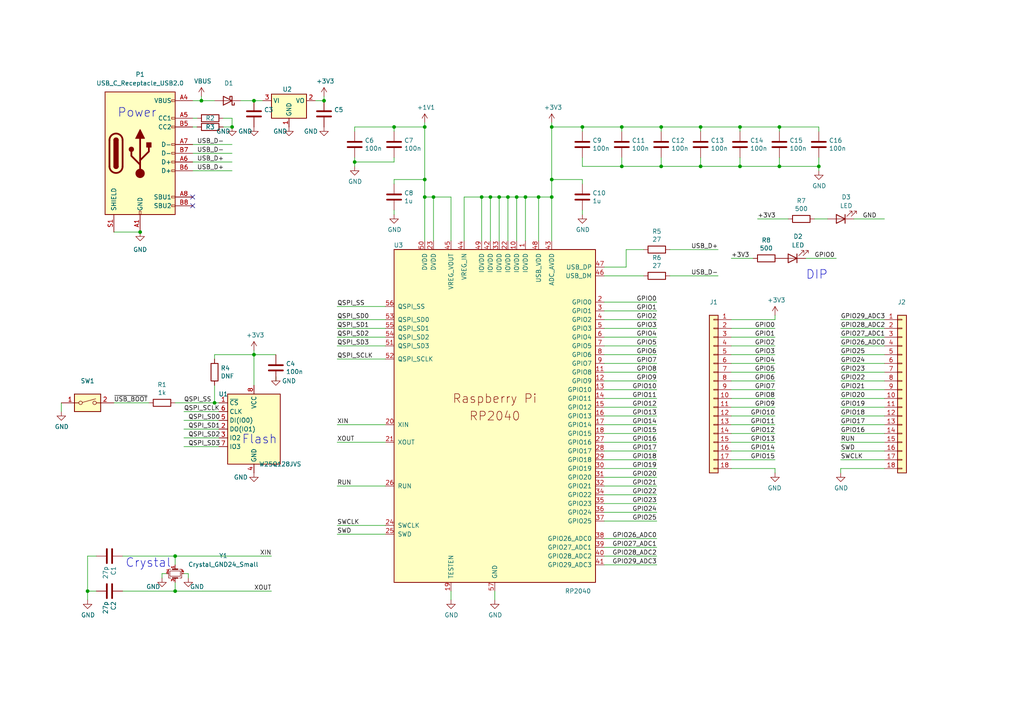
<source format=kicad_sch>
(kicad_sch (version 20250114) (generator "eeschema") (generator_version "9.0")
  (paper "A4")
  (lib_symbols
    (symbol "Connector:USB_C_Receptacle_USB2.0" (pin_names (offset 1.016))
      (property "Reference" "J" (at -10.16 19.05 0))
      (property "Value" "USB_C_Receptacle_USB2.0" (at 19.05 19.05 0))
      (symbol "USB_C_Receptacle_USB2.0_0_0"
        (rectangle (start -0.254 -17.78) (end 0.254 -16.764))
        (rectangle (start 10.16 15.494) (end 9.144 14.986))
        (rectangle (start 10.16 10.414) (end 9.144 9.906))
        (rectangle (start 10.16 7.874) (end 9.144 7.366))
        (rectangle (start 10.16 2.794) (end 9.144 2.286))
        (rectangle (start 10.16 0.254) (end 9.144 -0.254))
        (rectangle (start 10.16 -2.286) (end 9.144 -2.794))
        (rectangle (start 10.16 -4.826) (end 9.144 -5.334))
        (rectangle (start 10.16 -12.446) (end 9.144 -12.954))
        (rectangle (start 10.16 -14.986) (end 9.144 -15.494))
      )
      (symbol "USB_C_Receptacle_USB2.0_0_1"
        (rectangle (start -10.16 17.78) (end 10.16 -17.78) (stroke (width 0.254)) (fill (type background)))
        (polyline (pts (xy -8.89 -3.81) (xy -8.89 3.81)) (stroke (width 0.508)))
        (rectangle (start -7.62 -3.81) (end -6.35 3.81) (stroke (width 0.254)) (fill (type outline)))
        (arc (start -7.62 3.81) (mid -6.985 4.4423) (end -6.35 3.81) (stroke (width 0.254)))
        (arc (start -7.62 3.81) (mid -6.985 4.4423) (end -6.35 3.81) (stroke (width 0.254)) (fill (type outline)))
        (arc (start -8.89 3.81) (mid -6.985 5.7067) (end -5.08 3.81) (stroke (width 0.508)))
        (arc (start -5.08 -3.81) (mid -6.985 -5.7067) (end -8.89 -3.81) (stroke (width 0.508)))
        (arc (start -6.35 -3.81) (mid -6.985 -4.4423) (end -7.62 -3.81) (stroke (width 0.254)))
        (arc (start -6.35 -3.81) (mid -6.985 -4.4423) (end -7.62 -3.81) (stroke (width 0.254)) (fill (type outline)))
        (polyline (pts (xy -5.08 3.81) (xy -5.08 -3.81)) (stroke (width 0.508)))
        (circle (center -2.54 1.143) (radius 0.635) (stroke (width 0.254)) (fill (type outline)))
        (polyline (pts (xy -1.27 4.318) (xy 0 6.858) (xy 1.27 4.318) (xy -1.27 4.318)) (stroke (width 0.254)) (fill (type outline)))
        (polyline (pts (xy 0 -2.032) (xy 2.54 0.508) (xy 2.54 1.778)) (stroke (width 0.508)))
        (polyline (pts (xy 0 -3.302) (xy -2.54 -0.762) (xy -2.54 0.508)) (stroke (width 0.508)))
        (polyline (pts (xy 0 -5.842) (xy 0 4.318)) (stroke (width 0.508)))
        (circle (center 0 -5.842) (radius 1.27) (fill (type outline)))
        (rectangle (start 1.905 1.778) (end 3.175 3.048) (stroke (width 0.254)) (fill (type outline)))
      )
      (symbol "USB_C_Receptacle_USB2.0_1_1"
        (pin passive line (at -7.62 -22.86 90) (length 5.08) (name "SHIELD") (number "S1"))
        (pin passive line (at 0 -22.86 90) (length 5.08) (name "GND") (number "A1"))
        (pin passive line (at 0 -22.86 90) (length 5.08) (hide yes) (name "GND") (number "A12"))
        (pin passive line (at 0 -22.86 90) (length 5.08) (hide yes) (name "GND") (number "B1"))
        (pin passive line (at 0 -22.86 90) (length 5.08) (hide yes) (name "GND") (number "B12"))
        (pin passive line (at 15.24 15.24 180) (length 5.08) (name "VBUS") (number "A4"))
        (pin passive line (at 15.24 15.24 180) (length 5.08) (hide yes) (name "VBUS") (number "A9"))
        (pin passive line (at 15.24 15.24 180) (length 5.08) (hide yes) (name "VBUS") (number "B4"))
        (pin passive line (at 15.24 15.24 180) (length 5.08) (hide yes) (name "VBUS") (number "B9"))
        (pin bidirectional line (at 15.24 10.16 180) (length 5.08) (name "CC1") (number "A5"))
        (pin bidirectional line (at 15.24 7.62 180) (length 5.08) (name "CC2") (number "B5"))
        (pin bidirectional line (at 15.24 2.54 180) (length 5.08) (name "D-") (number "A7"))
        (pin bidirectional line (at 15.24 0 180) (length 5.08) (name "D-") (number "B7"))
        (pin bidirectional line (at 15.24 -2.54 180) (length 5.08) (name "D+") (number "A6"))
        (pin bidirectional line (at 15.24 -5.08 180) (length 5.08) (name "D+") (number "B6"))
        (pin bidirectional line (at 15.24 -12.7 180) (length 5.08) (name "SBU1") (number "A8"))
        (pin bidirectional line (at 15.24 -15.24 180) (length 5.08) (name "SBU2") (number "B8"))
      )
    )
    (symbol "Connector_Generic_MountingPin:Conn_01x18_MountingPin" (pin_names (offset 1.016) (hide yes))
      (property "Reference" "J" (at 0 22.86 0))
      (property "Value" "Conn_01x18_MountingPin" (at 1.27 -25.4 0))
      (symbol "Conn_01x18_MountingPin_1_1"
        (rectangle (start -1.27 21.59) (end 1.27 -24.13) (stroke (width 0.254)) (fill (type background)))
        (rectangle (start -1.27 20.447) (end 0 20.193) (stroke (width 0.1524)))
        (rectangle (start -1.27 17.907) (end 0 17.653) (stroke (width 0.1524)))
        (rectangle (start -1.27 15.367) (end 0 15.113) (stroke (width 0.1524)))
        (rectangle (start -1.27 12.827) (end 0 12.573) (stroke (width 0.1524)))
        (rectangle (start -1.27 10.287) (end 0 10.033) (stroke (width 0.1524)))
        (rectangle (start -1.27 7.747) (end 0 7.493) (stroke (width 0.1524)))
        (rectangle (start -1.27 5.207) (end 0 4.953) (stroke (width 0.1524)))
        (rectangle (start -1.27 2.667) (end 0 2.413) (stroke (width 0.1524)))
        (rectangle (start -1.27 0.127) (end 0 -0.127) (stroke (width 0.1524)))
        (rectangle (start -1.27 -2.413) (end 0 -2.667) (stroke (width 0.1524)))
        (rectangle (start -1.27 -4.953) (end 0 -5.207) (stroke (width 0.1524)))
        (rectangle (start -1.27 -7.493) (end 0 -7.747) (stroke (width 0.1524)))
        (rectangle (start -1.27 -10.033) (end 0 -10.287) (stroke (width 0.1524)))
        (rectangle (start -1.27 -12.573) (end 0 -12.827) (stroke (width 0.1524)))
        (rectangle (start -1.27 -15.113) (end 0 -15.367) (stroke (width 0.1524)))
        (rectangle (start -1.27 -17.653) (end 0 -17.907) (stroke (width 0.1524)))
        (rectangle (start -1.27 -20.193) (end 0 -20.447) (stroke (width 0.1524)))
        (rectangle (start -1.27 -22.733) (end 0 -22.987) (stroke (width 0.1524)))
        (pin passive line (at -5.08 20.32 0) (length 3.81) (name "Pin_1") (number "1"))
        (pin passive line (at -5.08 17.78 0) (length 3.81) (name "Pin_2") (number "2"))
        (pin passive line (at -5.08 15.24 0) (length 3.81) (name "Pin_3") (number "3"))
        (pin passive line (at -5.08 12.7 0) (length 3.81) (name "Pin_4") (number "4"))
        (pin passive line (at -5.08 10.16 0) (length 3.81) (name "Pin_5") (number "5"))
        (pin passive line (at -5.08 7.62 0) (length 3.81) (name "Pin_6") (number "6"))
        (pin passive line (at -5.08 5.08 0) (length 3.81) (name "Pin_7") (number "7"))
        (pin passive line (at -5.08 2.54 0) (length 3.81) (name "Pin_8") (number "8"))
        (pin passive line (at -5.08 0 0) (length 3.81) (name "Pin_9") (number "9"))
        (pin passive line (at -5.08 -2.54 0) (length 3.81) (name "Pin_10") (number "10"))
        (pin passive line (at -5.08 -5.08 0) (length 3.81) (name "Pin_11") (number "11"))
        (pin passive line (at -5.08 -7.62 0) (length 3.81) (name "Pin_12") (number "12"))
        (pin passive line (at -5.08 -10.16 0) (length 3.81) (name "Pin_13") (number "13"))
        (pin passive line (at -5.08 -12.7 0) (length 3.81) (name "Pin_14") (number "14"))
        (pin passive line (at -5.08 -15.24 0) (length 3.81) (name "Pin_15") (number "15"))
        (pin passive line (at -5.08 -17.78 0) (length 3.81) (name "Pin_16") (number "16"))
        (pin passive line (at -5.08 -20.32 0) (length 3.81) (name "Pin_17") (number "17"))
        (pin passive line (at -5.08 -22.86 0) (length 3.81) (name "Pin_18") (number "18"))
      )
    )
    (symbol "Device:C" (pin_numbers (hide yes)) (pin_names (offset 0.254))
      (property "Reference" "C" (at 0.635 2.54 0))
      (property "Value" "C" (at 0.635 -2.54 0))
      (symbol "C_0_1"
        (polyline (pts (xy -2.032 0.762) (xy 2.032 0.762)) (stroke (width 0.508)))
        (polyline (pts (xy -2.032 -0.762) (xy 2.032 -0.762)) (stroke (width 0.508)))
      )
      (symbol "C_1_1"
        (pin passive line (at 0 3.81 270) (length 2.794) (name "~") (number "1"))
        (pin passive line (at 0 -3.81 90) (length 2.794) (name "~") (number "2"))
      )
    )
    (symbol "Device:Crystal_GND24_Small" (pin_names (offset 1.016) (hide yes))
      (property "Reference" "Y" (at 1.27 4.445 0))
      (property "Value" "Crystal_GND24_Small" (at 1.27 2.54 0))
      (symbol "Crystal_GND24_Small_0_1"
        (polyline (pts (xy -1.27 1.27) (xy -1.27 1.905) (xy 1.27 1.905) (xy 1.27 1.27)))
        (polyline (pts (xy -1.27 -0.762) (xy -1.27 0.762)) (stroke (width 0.381)))
        (polyline (pts (xy -1.27 -1.27) (xy -1.27 -1.905) (xy 1.27 -1.905) (xy 1.27 -1.27)))
        (rectangle (start -0.762 -1.524) (end 0.762 1.524))
        (polyline (pts (xy 1.27 -0.762) (xy 1.27 0.762)) (stroke (width 0.381)))
      )
      (symbol "Crystal_GND24_Small_1_1"
        (pin passive line (at -2.54 0 0) (length 1.27) (name "1") (number "1"))
        (pin passive line (at 0 2.54 270) (length 0.635) (name "4") (number "4"))
        (pin passive line (at 0 -2.54 90) (length 0.635) (name "2") (number "2"))
        (pin passive line (at 2.54 0 180) (length 1.27) (name "3") (number "3"))
      )
    )
    (symbol "Device:D_Schottky" (pin_numbers (hide yes)) (pin_names (offset 1.016) (hide yes))
      (property "Reference" "D" (at 0 2.54 0))
      (property "Value" "D_Schottky" (at 0 -2.54 0))
      (symbol "D_Schottky_0_1"
        (polyline (pts (xy -1.905 0.635) (xy -1.905 1.27) (xy -1.27 1.27) (xy -1.27 -1.27) (xy -0.635 -1.27) (xy -0.635 -0.635)) (stroke (width 0.254)))
        (polyline (pts (xy 1.27 1.27) (xy 1.27 -1.27) (xy -1.27 0) (xy 1.27 1.27)) (stroke (width 0.254)))
        (polyline (pts (xy 1.27 0) (xy -1.27 0)))
      )
      (symbol "D_Schottky_1_1"
        (pin passive line (at -3.81 0 0) (length 2.54) (name "K") (number "1"))
        (pin passive line (at 3.81 0 180) (length 2.54) (name "A") (number "2"))
      )
    )
    (symbol "Device:LED" (pin_numbers (hide yes)) (pin_names (offset 1.016) (hide yes))
      (property "Reference" "D" (at 0 2.54 0))
      (property "Value" "LED" (at 0 -2.54 0))
      (symbol "LED_0_1"
        (polyline (pts (xy -3.048 -0.762) (xy -4.572 -2.286) (xy -3.81 -2.286) (xy -4.572 -2.286) (xy -4.572 -1.524)))
        (polyline (pts (xy -1.778 -0.762) (xy -3.302 -2.286) (xy -2.54 -2.286) (xy -3.302 -2.286) (xy -3.302 -1.524)))
        (polyline (pts (xy -1.27 0) (xy 1.27 0)))
        (polyline (pts (xy -1.27 -1.27) (xy -1.27 1.27)) (stroke (width 0.254)))
        (polyline (pts (xy 1.27 -1.27) (xy 1.27 1.27) (xy -1.27 0) (xy 1.27 -1.27)) (stroke (width 0.254)))
      )
      (symbol "LED_1_1"
        (pin passive line (at -3.81 0 0) (length 2.54) (name "K") (number "1"))
        (pin passive line (at 3.81 0 180) (length 2.54) (name "A") (number "2"))
      )
    )
    (symbol "Device:R" (pin_numbers (hide yes)) (pin_names (offset 0))
      (property "Reference" "R" (at 2.032 0 90))
      (property "Value" "R" (at 0 0 90))
      (symbol "R_0_1"
        (rectangle (start -1.016 -2.54) (end 1.016 2.54) (stroke (width 0.254)))
      )
      (symbol "R_1_1"
        (pin passive line (at 0 3.81 270) (length 1.27) (name "~") (number "1"))
        (pin passive line (at 0 -3.81 90) (length 1.27) (name "~") (number "2"))
      )
    )
    (symbol "MCU_RaspberryPi_RP2040:RP2040" (pin_names (offset 1.016))
      (property "Reference" "U" (at -29.21 49.53 0))
      (property "Value" "RP2040" (at 24.13 -49.53 0))
      (symbol "RP2040_0_0"
        (text "Raspberry Pi" (at 0 5.08 0) (effects (font (size 2.54 2.54))))
        (text "RP2040" (at 0 0 0) (effects (font (size 2.54 2.54))))
      )
      (symbol "RP2040_0_1"
        (rectangle (start 29.21 48.26) (end -29.21 -48.26) (stroke (width 0.254)) (fill (type background)))
      )
      (symbol "RP2040_1_1"
        (pin bidirectional line (at -31.75 31.75 0) (length 2.54) (name "QSPI_SS") (number "56"))
        (pin bidirectional line (at -31.75 27.94 0) (length 2.54) (name "QSPI_SD0") (number "53"))
        (pin bidirectional line (at -31.75 25.4 0) (length 2.54) (name "QSPI_SD1") (number "55"))
        (pin bidirectional line (at -31.75 22.86 0) (length 2.54) (name "QSPI_SD2") (number "54"))
        (pin bidirectional line (at -31.75 20.32 0) (length 2.54) (name "QSPI_SD3") (number "51"))
        (pin output line (at -31.75 16.51 0) (length 2.54) (name "QSPI_SCLK") (number "52"))
        (pin input line (at -31.75 -2.54 0) (length 2.54) (name "XIN") (number "20"))
        (pin passive line (at -31.75 -7.62 0) (length 2.54) (name "XOUT") (number "21"))
        (pin input line (at -31.75 -20.32 0) (length 2.54) (name "RUN") (number "26"))
        (pin output line (at -31.75 -31.75 0) (length 2.54) (name "SWCLK") (number "24"))
        (pin bidirectional line (at -31.75 -34.29 0) (length 2.54) (name "SWD") (number "25"))
        (pin power_in line (at -20.32 50.8 270) (length 2.54) (name "DVDD") (number "50"))
        (pin power_in line (at -17.78 50.8 270) (length 2.54) (name "DVDD") (number "23"))
        (pin power_out line (at -12.7 50.8 270) (length 2.54) (name "VREG_VOUT") (number "45"))
        (pin passive line (at -12.7 -50.8 90) (length 2.54) (name "TESTEN") (number "19"))
        (pin power_in line (at -8.89 50.8 270) (length 2.54) (name "VREG_IN") (number "44"))
        (pin power_in line (at -3.81 50.8 270) (length 2.54) (name "IOVDD") (number "49"))
        (pin power_in line (at -1.27 50.8 270) (length 2.54) (name "IOVDD") (number "42"))
        (pin power_in line (at 0 -50.8 90) (length 2.54) (name "GND") (number "57"))
        (pin power_in line (at 1.27 50.8 270) (length 2.54) (name "IOVDD") (number "33"))
        (pin power_in line (at 3.81 50.8 270) (length 2.54) (name "IOVDD") (number "22"))
        (pin power_in line (at 6.35 50.8 270) (length 2.54) (name "IOVDD") (number "10"))
        (pin power_in line (at 8.89 50.8 270) (length 2.54) (name "IOVDD") (number "1"))
        (pin power_in line (at 12.7 50.8 270) (length 2.54) (name "USB_VDD") (number "48"))
        (pin power_in line (at 16.51 50.8 270) (length 2.54) (name "ADC_AVDD") (number "43"))
        (pin bidirectional line (at 31.75 43.18 180) (length 2.54) (name "USB_DP") (number "47"))
        (pin bidirectional line (at 31.75 40.64 180) (length 2.54) (name "USB_DM") (number "46"))
        (pin bidirectional line (at 31.75 33.02 180) (length 2.54) (name "GPIO0") (number "2"))
        (pin bidirectional line (at 31.75 30.48 180) (length 2.54) (name "GPIO1") (number "3"))
        (pin bidirectional line (at 31.75 27.94 180) (length 2.54) (name "GPIO2") (number "4"))
        (pin bidirectional line (at 31.75 25.4 180) (length 2.54) (name "GPIO3") (number "5"))
        (pin bidirectional line (at 31.75 22.86 180) (length 2.54) (name "GPIO4") (number "6"))
        (pin bidirectional line (at 31.75 20.32 180) (length 2.54) (name "GPIO5") (number "7"))
        (pin bidirectional line (at 31.75 17.78 180) (length 2.54) (name "GPIO6") (number "8"))
        (pin bidirectional line (at 31.75 15.24 180) (length 2.54) (name "GPIO7") (number "9"))
        (pin bidirectional line (at 31.75 12.7 180) (length 2.54) (name "GPIO8") (number "11"))
        (pin bidirectional line (at 31.75 10.16 180) (length 2.54) (name "GPIO9") (number "12"))
        (pin bidirectional line (at 31.75 7.62 180) (length 2.54) (name "GPIO10") (number "13"))
        (pin bidirectional line (at 31.75 5.08 180) (length 2.54) (name "GPIO11") (number "14"))
        (pin bidirectional line (at 31.75 2.54 180) (length 2.54) (name "GPIO12") (number "15"))
        (pin bidirectional line (at 31.75 0 180) (length 2.54) (name "GPIO13") (number "16"))
        (pin bidirectional line (at 31.75 -2.54 180) (length 2.54) (name "GPIO14") (number "17"))
        (pin bidirectional line (at 31.75 -5.08 180) (length 2.54) (name "GPIO15") (number "18"))
        (pin bidirectional line (at 31.75 -7.62 180) (length 2.54) (name "GPIO16") (number "27"))
        (pin bidirectional line (at 31.75 -10.16 180) (length 2.54) (name "GPIO17") (number "28"))
        (pin bidirectional line (at 31.75 -12.7 180) (length 2.54) (name "GPIO18") (number "29"))
        (pin bidirectional line (at 31.75 -15.24 180) (length 2.54) (name "GPIO19") (number "30"))
        (pin bidirectional line (at 31.75 -17.78 180) (length 2.54) (name "GPIO20") (number "31"))
        (pin bidirectional line (at 31.75 -20.32 180) (length 2.54) (name "GPIO21") (number "32"))
        (pin bidirectional line (at 31.75 -22.86 180) (length 2.54) (name "GPIO22") (number "34"))
        (pin bidirectional line (at 31.75 -25.4 180) (length 2.54) (name "GPIO23") (number "35"))
        (pin bidirectional line (at 31.75 -27.94 180) (length 2.54) (name "GPIO24") (number "36"))
        (pin bidirectional line (at 31.75 -30.48 180) (length 2.54) (name "GPIO25") (number "37"))
        (pin bidirectional line (at 31.75 -35.56 180) (length 2.54) (name "GPIO26_ADC0") (number "38"))
        (pin bidirectional line (at 31.75 -38.1 180) (length 2.54) (name "GPIO27_ADC1") (number "39"))
        (pin bidirectional line (at 31.75 -40.64 180) (length 2.54) (name "GPIO28_ADC2") (number "40"))
        (pin bidirectional line (at 31.75 -43.18 180) (length 2.54) (name "GPIO29_ADC3") (number "41"))
      )
    )
    (symbol "Memory_Flash:W25Q128JVS"
      (property "Reference" "U" (at -8.89 8.89 0))
      (property "Value" "W25Q128JVS" (at 7.62 8.89 0))
      (symbol "W25Q128JVS_0_1"
        (rectangle (start -7.62 10.16) (end 7.62 -10.16) (stroke (width 0.254)) (fill (type background)))
      )
      (symbol "W25Q128JVS_1_1"
        (pin input line (at -10.16 7.62 0) (length 2.54) (name "~{CS}") (number "1"))
        (pin input line (at -10.16 5.08 0) (length 2.54) (name "CLK") (number "6"))
        (pin bidirectional line (at -10.16 2.54 0) (length 2.54) (name "DI(IO0)") (number "5"))
        (pin bidirectional line (at -10.16 0 0) (length 2.54) (name "DO(IO1)") (number "2"))
        (pin bidirectional line (at -10.16 -2.54 0) (length 2.54) (name "IO2") (number "3"))
        (pin bidirectional line (at -10.16 -5.08 0) (length 2.54) (name "IO3") (number "7"))
        (pin power_in line (at 0 12.7 270) (length 2.54) (name "VCC") (number "8"))
        (pin power_in line (at 0 -12.7 90) (length 2.54) (name "GND") (number "4"))
      )
    )
    (symbol "Regulator_Linear:NCP1117-3.3_SOT223"
      (property "Reference" "U" (at -3.81 3.175 0))
      (property "Value" "NCP1117-3.3_SOT223" (at 0 3.175 0))
      (symbol "NCP1117-3.3_SOT223_0_1"
        (rectangle (start -5.08 -5.08) (end 5.08 1.905) (stroke (width 0.254)) (fill (type background)))
      )
      (symbol "NCP1117-3.3_SOT223_1_1"
        (pin power_in line (at -7.62 0 0) (length 2.54) (name "VI") (number "3"))
        (pin power_in line (at 0 -7.62 90) (length 2.54) (name "GND") (number "1"))
        (pin power_out line (at 7.62 0 180) (length 2.54) (name "VO") (number "2"))
      )
    )
    (symbol "Switch:SW_DIP_x01" (pin_names (offset 0) (hide yes))
      (property "Reference" "SW" (at 0 3.81 0))
      (property "Value" "SW_DIP_x01" (at 0 -3.81 0))
      (symbol "SW_DIP_x01_0_0"
        (circle (center -2.032 0) (radius 0.508))
        (polyline (pts (xy -1.524 0.127) (xy 2.3622 1.1684)))
        (circle (center 2.032 0) (radius 0.508))
      )
      (symbol "SW_DIP_x01_0_1"
        (rectangle (start -3.81 2.54) (end 3.81 -2.54) (stroke (width 0.254)) (fill (type background)))
      )
      (symbol "SW_DIP_x01_1_1"
        (pin passive line (at -7.62 0 0) (length 5.08) (name "~") (number "1"))
        (pin passive line (at 7.62 0 180) (length 5.08) (name "~") (number "2"))
      )
    )
    (symbol "power:+1V1" (power) (pin_names (offset 0))
      (property "Value" "+1V1" (at 0 3.556 0))
      (symbol "+1V1_0_1"
        (polyline (pts (xy -0.762 1.27) (xy 0 2.54)))
        (polyline (pts (xy 0 2.54) (xy 0.762 1.27)))
        (polyline (pts (xy 0 0) (xy 0 2.54)))
      )
      (symbol "+1V1_1_1"
        (pin power_in line (at 0 0 90) (length 0) (hide yes) (name "+1V1") (number "1"))
      )
    )
    (symbol "power:+3V3" (power) (pin_names (offset 0))
      (property "Value" "+3V3" (at 0 3.556 0))
      (symbol "+3V3_0_1"
        (polyline (pts (xy -0.762 1.27) (xy 0 2.54)))
        (polyline (pts (xy 0 2.54) (xy 0.762 1.27)))
        (polyline (pts (xy 0 0) (xy 0 2.54)))
      )
      (symbol "+3V3_1_1"
        (pin power_in line (at 0 0 90) (length 0) (hide yes) (name "+3V3") (number "1"))
      )
    )
    (symbol "power:GND" (power) (pin_names (offset 0))
      (property "Value" "GND" (at 0 -3.81 0))
      (symbol "GND_0_1"
        (polyline (pts (xy 0 0) (xy 0 -1.27) (xy 1.27 -1.27) (xy 0 -2.54) (xy -1.27 -1.27) (xy 0 -1.27)))
      )
      (symbol "GND_1_1"
        (pin power_in line (at 0 0 270) (length 0) (hide yes) (name "GND") (number "1"))
      )
    )
    (symbol "power:VBUS" (power) (pin_names (offset 0))
      (property "Value" "VBUS" (at 0 3.81 0))
      (symbol "VBUS_0_1"
        (polyline (pts (xy -0.762 1.27) (xy 0 2.54)))
        (polyline (pts (xy 0 2.54) (xy 0.762 1.27)))
        (polyline (pts (xy 0 0) (xy 0 2.54)))
      )
      (symbol "VBUS_1_1"
        (pin power_in line (at 0 0 90) (length 0) (hide yes) (name "VBUS") (number "1"))
      )
    )
  )
  (text "Flash" (at 70.104 129.032 0) (effects (font (size 2.54 2.54)) (justify left bottom)))
  (text "Power" (at 34.036 34.29 0) (effects (font (size 2.54 2.54)) (justify left bottom)))
  (text "Crystal" (at 36.322 164.846 0) (effects (font (size 2.54 2.54)) (justify left bottom)))
  (text "DIP" (at 233.68 81.28 0) (effects (font (size 2.54 2.54)) (justify left bottom)))
  (junction (at 102.87 46.99))
  (junction (at 156.21 57.15))
  (junction (at 180.34 36.83))
  (junction (at 93.98 29.21))
  (junction (at 226.06 48.26))
  (junction (at 149.86 57.15))
  (junction (at 73.66 29.21))
  (junction (at 152.4 57.15))
  (junction (at 203.2 36.83))
  (junction (at 180.34 48.26))
  (junction (at 123.19 57.15))
  (junction (at 125.73 57.15))
  (junction (at 226.06 36.83))
  (junction (at 191.77 48.26))
  (junction (at 50.8 171.45))
  (junction (at 214.63 48.26))
  (junction (at 160.02 57.15))
  (junction (at 40.64 67.31))
  (junction (at 237.49 48.26))
  (junction (at 123.19 52.07))
  (junction (at 214.63 36.83))
  (junction (at 67.31 36.83))
  (junction (at 114.3 36.83))
  (junction (at 73.66 102.87))
  (junction (at 142.24 57.15))
  (junction (at 139.7 57.15))
  (junction (at 160.02 36.83))
  (junction (at 123.19 36.83))
  (junction (at 50.8 161.29))
  (junction (at 191.77 36.83))
  (junction (at 25.4 171.45))
  (junction (at 62.23 116.84))
  (junction (at 147.32 57.15))
  (junction (at 160.02 52.07))
  (junction (at 58.42 29.21))
  (junction (at 168.91 36.83))
  (junction (at 144.78 57.15))
  (junction (at 203.2 48.26))
  (no_connect (at 55.88 59.69))
  (no_connect (at 55.88 57.15))
  (wire (pts (xy 55.88 44.45) (xy 67.31 44.45)))
  (wire (pts (xy 219.71 63.5) (xy 228.6 63.5)))
  (wire (pts (xy 111.76 104.14) (xy 97.79 104.14)))
  (wire (pts (xy 224.79 92.71) (xy 212.09 92.71)))
  (wire (pts (xy 97.79 100.33) (xy 111.76 100.33)))
  (wire (pts (xy 226.06 48.26) (xy 237.49 48.26)))
  (wire (pts (xy 180.34 45.72) (xy 180.34 48.26)))
  (wire (pts (xy 212.09 74.93) (xy 218.44 74.93)))
  (wire (pts (xy 256.54 100.33) (xy 243.84 100.33)))
  (wire (pts (xy 114.3 38.1) (xy 114.3 36.83)))
  (wire (pts (xy 130.81 171.45) (xy 130.81 173.99)))
  (wire (pts (xy 102.87 45.72) (xy 102.87 46.99)))
  (wire (pts (xy 224.79 130.81) (xy 212.09 130.81)))
  (wire (pts (xy 175.26 105.41) (xy 190.5 105.41)))
  (wire (pts (xy 134.62 69.85) (xy 134.62 57.15)))
  (wire (pts (xy 256.54 113.03) (xy 243.84 113.03)))
  (wire (pts (xy 224.79 115.57) (xy 212.09 115.57)))
  (wire (pts (xy 53.34 166.37) (xy 54.61 166.37)))
  (wire (pts (xy 175.26 92.71) (xy 190.5 92.71)))
  (wire (pts (xy 175.26 123.19) (xy 190.5 123.19)))
  (wire (pts (xy 156.21 69.85) (xy 156.21 57.15)))
  (wire (pts (xy 91.44 29.21) (xy 93.98 29.21)))
  (wire (pts (xy 147.32 57.15) (xy 149.86 57.15)))
  (wire (pts (xy 224.79 118.11) (xy 212.09 118.11)))
  (wire (pts (xy 175.26 77.47) (xy 181.61 77.47)))
  (wire (pts (xy 175.26 125.73) (xy 190.5 125.73)))
  (wire (pts (xy 203.2 38.1) (xy 203.2 36.83)))
  (wire (pts (xy 214.63 48.26) (xy 203.2 48.26)))
  (wire (pts (xy 168.91 53.34) (xy 168.91 52.07)))
  (wire (pts (xy 224.79 137.16) (xy 224.79 135.89)))
  (wire (pts (xy 53.34 119.38) (xy 63.5 119.38)))
  (wire (pts (xy 191.77 45.72) (xy 191.77 48.26)))
  (wire (pts (xy 50.8 161.29) (xy 50.8 163.83)))
  (wire (pts (xy 175.26 138.43) (xy 190.5 138.43)))
  (wire (pts (xy 114.3 46.99) (xy 114.3 45.72)))
  (wire (pts (xy 102.87 36.83) (xy 114.3 36.83)))
  (wire (pts (xy 175.26 118.11) (xy 190.5 118.11)))
  (wire (pts (xy 256.54 95.25) (xy 243.84 95.25)))
  (wire (pts (xy 62.23 102.87) (xy 73.66 102.87)))
  (wire (pts (xy 93.98 29.21) (xy 93.98 27.94)))
  (wire (pts (xy 168.91 45.72) (xy 168.91 48.26)))
  (wire (pts (xy 224.79 110.49) (xy 212.09 110.49)))
  (wire (pts (xy 97.79 92.71) (xy 111.76 92.71)))
  (wire (pts (xy 130.81 69.85) (xy 130.81 57.15)))
  (wire (pts (xy 194.31 80.01) (xy 208.28 80.01)))
  (wire (pts (xy 175.26 107.95) (xy 190.5 107.95)))
  (wire (pts (xy 175.26 158.75) (xy 190.5 158.75)))
  (wire (pts (xy 152.4 57.15) (xy 152.4 69.85)))
  (wire (pts (xy 237.49 45.72) (xy 237.49 48.26)))
  (wire (pts (xy 114.3 53.34) (xy 114.3 52.07)))
  (wire (pts (xy 191.77 38.1) (xy 191.77 36.83)))
  (wire (pts (xy 175.26 130.81) (xy 190.5 130.81)))
  (wire (pts (xy 160.02 52.07) (xy 160.02 57.15)))
  (wire (pts (xy 203.2 36.83) (xy 214.63 36.83)))
  (wire (pts (xy 233.68 74.93) (xy 242.57 74.93)))
  (wire (pts (xy 53.34 129.54) (xy 63.5 129.54)))
  (wire (pts (xy 55.88 49.53) (xy 67.31 49.53)))
  (wire (pts (xy 180.34 36.83) (xy 191.77 36.83)))
  (wire (pts (xy 144.78 57.15) (xy 147.32 57.15)))
  (wire (pts (xy 175.26 146.05) (xy 190.5 146.05)))
  (wire (pts (xy 175.26 148.59) (xy 190.5 148.59)))
  (wire (pts (xy 224.79 102.87) (xy 212.09 102.87)))
  (wire (pts (xy 175.26 80.01) (xy 186.69 80.01)))
  (wire (pts (xy 139.7 69.85) (xy 139.7 57.15)))
  (wire (pts (xy 111.76 128.27) (xy 97.79 128.27)))
  (wire (pts (xy 53.34 124.46) (xy 63.5 124.46)))
  (wire (pts (xy 256.54 92.71) (xy 243.84 92.71)))
  (wire (pts (xy 160.02 36.83) (xy 168.91 36.83)))
  (wire (pts (xy 152.4 57.15) (xy 156.21 57.15)))
  (wire (pts (xy 97.79 95.25) (xy 111.76 95.25)))
  (wire (pts (xy 256.54 125.73) (xy 243.84 125.73)))
  (wire (pts (xy 69.85 29.21) (xy 73.66 29.21)))
  (wire (pts (xy 175.26 151.13) (xy 190.5 151.13)))
  (wire (pts (xy 168.91 38.1) (xy 168.91 36.83)))
  (wire (pts (xy 134.62 57.15) (xy 139.7 57.15)))
  (wire (pts (xy 35.56 161.29) (xy 50.8 161.29)))
  (wire (pts (xy 180.34 38.1) (xy 180.34 36.83)))
  (wire (pts (xy 143.51 171.45) (xy 143.51 173.99)))
  (wire (pts (xy 53.34 121.92) (xy 63.5 121.92)))
  (wire (pts (xy 256.54 120.65) (xy 243.84 120.65)))
  (wire (pts (xy 25.4 171.45) (xy 25.4 173.99)))
  (wire (pts (xy 224.79 135.89) (xy 212.09 135.89)))
  (wire (pts (xy 175.26 97.79) (xy 190.5 97.79)))
  (wire (pts (xy 214.63 36.83) (xy 226.06 36.83)))
  (wire (pts (xy 256.54 105.41) (xy 243.84 105.41)))
  (wire (pts (xy 58.42 29.21) (xy 62.23 29.21)))
  (wire (pts (xy 224.79 105.41) (xy 212.09 105.41)))
  (wire (pts (xy 102.87 38.1) (xy 102.87 36.83)))
  (wire (pts (xy 175.26 161.29) (xy 190.5 161.29)))
  (wire (pts (xy 243.84 137.16) (xy 243.84 135.89)))
  (wire (pts (xy 175.26 128.27) (xy 190.5 128.27)))
  (wire (pts (xy 33.02 67.31) (xy 40.64 67.31)))
  (wire (pts (xy 237.49 48.26) (xy 237.49 49.53)))
  (wire (pts (xy 224.79 97.79) (xy 212.09 97.79)))
  (wire (pts (xy 175.26 87.63) (xy 190.5 87.63)))
  (wire (pts (xy 175.26 133.35) (xy 190.5 133.35)))
  (wire (pts (xy 243.84 135.89) (xy 256.54 135.89)))
  (wire (pts (xy 256.54 115.57) (xy 243.84 115.57)))
  (wire (pts (xy 224.79 128.27) (xy 212.09 128.27)))
  (wire (pts (xy 27.94 161.29) (xy 25.4 161.29)))
  (wire (pts (xy 181.61 72.39) (xy 186.69 72.39)))
  (wire (pts (xy 111.76 140.97) (xy 97.79 140.97)))
  (wire (pts (xy 50.8 171.45) (xy 78.74 171.45)))
  (wire (pts (xy 226.06 48.26) (xy 214.63 48.26)))
  (wire (pts (xy 73.66 102.87) (xy 80.01 102.87)))
  (wire (pts (xy 214.63 45.72) (xy 214.63 48.26)))
  (wire (pts (xy 80.01 110.49) (xy 80.01 109.22)))
  (wire (pts (xy 64.77 36.83) (xy 67.31 36.83)))
  (wire (pts (xy 168.91 36.83) (xy 180.34 36.83)))
  (wire (pts (xy 55.88 29.21) (xy 58.42 29.21)))
  (wire (pts (xy 224.79 107.95) (xy 212.09 107.95)))
  (wire (pts (xy 73.66 102.87) (xy 73.66 111.76)))
  (wire (pts (xy 111.76 88.9) (xy 97.79 88.9)))
  (wire (pts (xy 256.54 123.19) (xy 243.84 123.19)))
  (wire (pts (xy 175.26 102.87) (xy 190.5 102.87)))
  (wire (pts (xy 175.26 113.03) (xy 190.5 113.03)))
  (wire (pts (xy 125.73 57.15) (xy 123.19 57.15)))
  (wire (pts (xy 123.19 57.15) (xy 123.19 69.85)))
  (wire (pts (xy 123.19 52.07) (xy 123.19 57.15)))
  (wire (pts (xy 256.54 107.95) (xy 243.84 107.95)))
  (wire (pts (xy 226.06 36.83) (xy 237.49 36.83)))
  (wire (pts (xy 160.02 35.56) (xy 160.02 36.83)))
  (wire (pts (xy 224.79 123.19) (xy 212.09 123.19)))
  (wire (pts (xy 102.87 46.99) (xy 114.3 46.99)))
  (wire (pts (xy 175.26 140.97) (xy 190.5 140.97)))
  (wire (pts (xy 226.06 45.72) (xy 226.06 48.26)))
  (wire (pts (xy 175.26 120.65) (xy 190.5 120.65)))
  (wire (pts (xy 181.61 72.39) (xy 181.61 77.47)))
  (wire (pts (xy 55.88 46.99) (xy 67.31 46.99)))
  (wire (pts (xy 175.26 143.51) (xy 190.5 143.51)))
  (wire (pts (xy 175.26 100.33) (xy 190.5 100.33)))
  (wire (pts (xy 224.79 95.25) (xy 212.09 95.25)))
  (wire (pts (xy 55.88 36.83) (xy 57.15 36.83)))
  (wire (pts (xy 214.63 38.1) (xy 214.63 36.83)))
  (wire (pts (xy 175.26 163.83) (xy 190.5 163.83)))
  (wire (pts (xy 58.42 27.94) (xy 58.42 29.21)))
  (wire (pts (xy 67.31 34.29) (xy 67.31 36.83)))
  (wire (pts (xy 62.23 104.14) (xy 62.23 102.87)))
  (wire (pts (xy 236.22 63.5) (xy 240.03 63.5)))
  (wire (pts (xy 73.66 101.6) (xy 73.66 102.87)))
  (wire (pts (xy 55.88 41.91) (xy 67.31 41.91)))
  (wire (pts (xy 142.24 57.15) (xy 144.78 57.15)))
  (wire (pts (xy 203.2 45.72) (xy 203.2 48.26)))
  (wire (pts (xy 194.31 72.39) (xy 208.28 72.39)))
  (wire (pts (xy 33.02 116.84) (xy 43.18 116.84)))
  (wire (pts (xy 256.54 102.87) (xy 243.84 102.87)))
  (wire (pts (xy 144.78 69.85) (xy 144.78 57.15)))
  (wire (pts (xy 224.79 100.33) (xy 212.09 100.33)))
  (wire (pts (xy 17.78 116.84) (xy 17.78 119.38)))
  (wire (pts (xy 53.34 127) (xy 63.5 127)))
  (wire (pts (xy 175.26 90.17) (xy 190.5 90.17)))
  (wire (pts (xy 237.49 38.1) (xy 237.49 36.83)))
  (wire (pts (xy 125.73 69.85) (xy 125.73 57.15)))
  (wire (pts (xy 149.86 57.15) (xy 152.4 57.15)))
  (wire (pts (xy 160.02 57.15) (xy 160.02 69.85)))
  (wire (pts (xy 256.54 128.27) (xy 243.84 128.27)))
  (wire (pts (xy 50.8 168.91) (xy 50.8 171.45)))
  (wire (pts (xy 114.3 36.83) (xy 123.19 36.83)))
  (wire (pts (xy 111.76 154.94) (xy 97.79 154.94)))
  (wire (pts (xy 114.3 52.07) (xy 123.19 52.07)))
  (wire (pts (xy 46.99 166.37) (xy 46.99 167.64)))
  (wire (pts (xy 224.79 113.03) (xy 212.09 113.03)))
  (wire (pts (xy 191.77 36.83) (xy 203.2 36.83)))
  (wire (pts (xy 168.91 60.96) (xy 168.91 62.23)))
  (wire (pts (xy 57.15 34.29) (xy 55.88 34.29)))
  (wire (pts (xy 62.23 111.76) (xy 62.23 116.84)))
  (wire (pts (xy 175.26 95.25) (xy 190.5 95.25)))
  (wire (pts (xy 102.87 46.99) (xy 102.87 48.26)))
  (wire (pts (xy 160.02 36.83) (xy 160.02 52.07)))
  (wire (pts (xy 142.24 69.85) (xy 142.24 57.15)))
  (wire (pts (xy 224.79 120.65) (xy 212.09 120.65)))
  (wire (pts (xy 64.77 34.29) (xy 67.31 34.29)))
  (wire (pts (xy 224.79 133.35) (xy 212.09 133.35)))
  (wire (pts (xy 97.79 97.79) (xy 111.76 97.79)))
  (wire (pts (xy 191.77 48.26) (xy 180.34 48.26)))
  (wire (pts (xy 247.65 63.5) (xy 256.54 63.5)))
  (wire (pts (xy 256.54 133.35) (xy 243.84 133.35)))
  (wire (pts (xy 123.19 35.56) (xy 123.19 36.83)))
  (wire (pts (xy 114.3 60.96) (xy 114.3 62.23)))
  (wire (pts (xy 35.56 171.45) (xy 50.8 171.45)))
  (wire (pts (xy 27.94 171.45) (xy 25.4 171.45)))
  (wire (pts (xy 111.76 152.4) (xy 97.79 152.4)))
  (wire (pts (xy 130.81 57.15) (xy 125.73 57.15)))
  (wire (pts (xy 48.26 166.37) (xy 46.99 166.37)))
  (wire (pts (xy 123.19 36.83) (xy 123.19 52.07)))
  (wire (pts (xy 175.26 156.21) (xy 190.5 156.21)))
  (wire (pts (xy 224.79 92.71) (xy 224.79 91.44)))
  (wire (pts (xy 160.02 52.07) (xy 168.91 52.07)))
  (wire (pts (xy 256.54 110.49) (xy 243.84 110.49)))
  (wire (pts (xy 175.26 115.57) (xy 190.5 115.57)))
  (wire (pts (xy 224.79 125.73) (xy 212.09 125.73)))
  (wire (pts (xy 256.54 130.81) (xy 243.84 130.81)))
  (wire (pts (xy 139.7 57.15) (xy 142.24 57.15)))
  (wire (pts (xy 50.8 161.29) (xy 78.74 161.29)))
  (wire (pts (xy 256.54 118.11) (xy 243.84 118.11)))
  (wire (pts (xy 25.4 161.29) (xy 25.4 171.45)))
  (wire (pts (xy 97.79 123.19) (xy 111.76 123.19)))
  (wire (pts (xy 175.26 135.89) (xy 190.5 135.89)))
  (wire (pts (xy 175.26 110.49) (xy 190.5 110.49)))
  (wire (pts (xy 76.2 29.21) (xy 73.66 29.21)))
  (wire (pts (xy 62.23 116.84) (xy 63.5 116.84)))
  (wire (pts (xy 180.34 48.26) (xy 168.91 48.26)))
  (wire (pts (xy 149.86 69.85) (xy 149.86 57.15)))
  (wire (pts (xy 147.32 69.85) (xy 147.32 57.15)))
  (wire (pts (xy 50.8 116.84) (xy 62.23 116.84)))
  (wire (pts (xy 203.2 48.26) (xy 191.77 48.26)))
  (wire (pts (xy 54.61 166.37) (xy 54.61 167.64)))
  (wire (pts (xy 256.54 97.79) (xy 243.84 97.79)))
  (wire (pts (xy 156.21 57.15) (xy 160.02 57.15)))
  (wire (pts (xy 226.06 38.1) (xy 226.06 36.83)))
  (label "GPIO23" (at 243.84 107.95 0))
  (label "GPIO6" (at 190.5 102.87 180))
  (label "GPIO11" (at 190.5 115.57 180))
  (label "GPIO16" (at 243.84 125.73 0))
  (label "GPIO0" (at 190.5 87.63 180))
  (label "GPIO27_ADC1" (at 243.84 97.79 0))
  (label "GPIO6" (at 224.79 110.49 180))
  (label "+3V3" (at 219.71 63.5 0))
  (label "GPIO18" (at 243.84 120.65 0))
  (label "GPIO22" (at 243.84 110.49 0))
  (label "QSPI_SD0" (at 97.79 92.71 0))
  (label "GPIO5" (at 224.79 107.95 180))
  (label "SWCLK" (at 243.84 133.35 0))
  (label "GPIO10" (at 190.5 113.03 180))
  (label "GPIO9" (at 190.5 110.49 180))
  (label "RUN" (at 97.79 140.97 0))
  (label "GPIO12" (at 224.79 125.73 180))
  (label "GPIO19" (at 190.5 135.89 180))
  (label "GPIO17" (at 243.84 123.19 0))
  (label "GPIO5" (at 190.5 100.33 180))
  (label "GPIO21" (at 243.84 113.03 0))
  (label "USB_D-" (at 208.28 80.01 180))
  (label "GPIO12" (at 190.5 118.11 180))
  (label "GPIO1" (at 190.5 90.17 180))
  (label "GPIO13" (at 224.79 128.27 180))
  (label "GPIO25" (at 243.84 102.87 0))
  (label "GPIO23" (at 190.5 146.05 180))
  (label "GPIO18" (at 190.5 133.35 180))
  (label "USB_D+" (at 57.15 49.53 0))
  (label "QSPI_SD1" (at 97.79 95.25 0))
  (label "QSPI_SS" (at 53.34 116.84 0))
  (label "GPIO20" (at 243.84 115.57 0))
  (label "GPIO28_ADC2" (at 243.84 95.25 0))
  (label "XIN" (at 78.74 161.29 180))
  (label "SWD" (at 97.79 154.94 0))
  (label "GPIO7" (at 224.79 113.03 180))
  (label "~{USB_BOOT}" (at 33.02 116.84 0))
  (label "SWCLK" (at 97.79 152.4 0))
  (label "QSPI_SCLK" (at 97.79 104.14 0))
  (label "SWD" (at 243.84 130.81 0))
  (label "USB_D-" (at 57.15 41.91 0))
  (label "GPIO24" (at 190.5 148.59 180))
  (label "USB_D-" (at 57.15 44.45 0))
  (label "GPIO24" (at 243.84 105.41 0))
  (label "GPIO3" (at 224.79 102.87 180))
  (label "GPIO0" (at 236.22 74.93 0))
  (label "QSPI_SD1" (at 54.61 124.46 0))
  (label "GPIO29_ADC3" (at 243.84 92.71 0))
  (label "GPIO16" (at 190.5 128.27 180))
  (label "XIN" (at 97.79 123.19 0))
  (label "GPIO17" (at 190.5 130.81 180))
  (label "GPIO14" (at 224.79 130.81 180))
  (label "GPIO4" (at 190.5 97.79 180))
  (label "QSPI_SD2" (at 54.61 127 0))
  (label "QSPI_SD0" (at 54.61 121.92 0))
  (label "GPIO2" (at 224.79 100.33 180))
  (label "QSPI_SCLK" (at 53.34 119.38 0))
  (label "GPIO13" (at 190.5 120.65 180))
  (label "GPIO7" (at 190.5 105.41 180))
  (label "GPIO4" (at 224.79 105.41 180))
  (label "GPIO14" (at 190.5 123.19 180))
  (label "GPIO26_ADC0" (at 243.84 100.33 0))
  (label "GPIO9" (at 224.79 118.11 180))
  (label "GPIO11" (at 224.79 123.19 180))
  (label "GPIO27_ADC1" (at 190.5 158.75 180))
  (label "XOUT" (at 78.74 171.45 180))
  (label "QSPI_SD3" (at 97.79 100.33 0))
  (label "QSPI_SS" (at 97.79 88.9 0))
  (label "GPIO1" (at 224.79 97.79 180))
  (label "GND" (at 250.19 63.5 0))
  (label "QSPI_SD3" (at 54.61 129.54 0))
  (label "GPIO25" (at 190.5 151.13 180))
  (label "GPIO2" (at 190.5 92.71 180))
  (label "GPIO0" (at 224.79 95.25 180))
  (label "GPIO29_ADC3" (at 190.5 163.83 180))
  (label "RUN" (at 243.84 128.27 0))
  (label "GPIO15" (at 224.79 133.35 180))
  (label "GPIO15" (at 190.5 125.73 180))
  (label "GPIO19" (at 243.84 118.11 0))
  (label "GPIO21" (at 190.5 140.97 180))
  (label "XOUT" (at 97.79 128.27 0))
  (label "GPIO10" (at 224.79 120.65 180))
  (label "USB_D+" (at 57.15 46.99 0))
  (label "GPIO22" (at 190.5 143.51 180))
  (label "GPIO28_ADC2" (at 190.5 161.29 180))
  (label "GPIO26_ADC0" (at 190.5 156.21 180))
  (label "GPIO20" (at 190.5 138.43 180))
  (label "QSPI_SD2" (at 97.79 97.79 0))
  (label "USB_D+" (at 208.28 72.39 180))
  (label "GPIO3" (at 190.5 95.25 180))
  (label "GPIO8" (at 190.5 107.95 180))
  (label "+3V3" (at 212.09 74.93 0))
  (label "GPIO8" (at 224.79 115.57 180))
  (symbol (lib_id "power:GND") (at 54.61 167.64 0) (unit 1)
    (property "Reference" "#PWR05" (effects (hide yes)))
    (property "Value" "GND" (at 57.15 170.18 0))
  )
  (symbol (lib_id "Device:C") (at 168.91 41.91 0) (unit 1)
    (property "Reference" "C9" (at 171.831 40.7416 0) (effects (justify left)))
    (property "Value" "100n" (at 171.831 43.053 0) (effects (justify left)))
    (property "Footprint" "Capacitor_SMD:C_0402_1005Metric" (effects (hide yes)))
  )
  (symbol (lib_id "Device:C") (at 31.75 171.45 270) (unit 1)
    (property "Reference" "C2" (at 32.9184 174.371 0) (effects (justify left)))
    (property "Value" "27p" (at 30.607 174.371 0) (effects (justify left)))
    (property "Footprint" "Capacitor_SMD:C_0402_1005Metric" (effects (hide yes)))
  )
  (symbol (lib_id "Device:R") (at 62.23 107.95 0) (unit 1)
    (property "Reference" "R4" (at 64.008 106.7816 0) (effects (justify left)))
    (property "Value" "DNF" (at 64.008 109.093 0) (effects (justify left)))
    (property "Footprint" "Capacitor_SMD:C_0402_1005Metric" (effects (hide yes)))
  )
  (symbol (lib_id "Device:LED") (at 243.84 63.5 180) (unit 1)
    (property "Reference" "D3" (at 245.4275 57.15 0))
    (property "Value" "LED" (at 245.4275 59.69 0))
    (property "Footprint" "LED_SMD:LED_0402_1005Metric" (effects (hide yes)))
  )
  (symbol (lib_id "Device:C") (at 237.49 41.91 0) (unit 1)
    (property "Reference" "C16" (at 240.411 40.7416 0) (effects (justify left)))
    (property "Value" "100n" (at 240.411 43.053 0) (effects (justify left)))
    (property "Footprint" "Capacitor_SMD:C_0402_1005Metric" (effects (hide yes)))
  )
  (symbol (lib_id "Device:R") (at 60.96 36.83 90) (unit 1)
    (property "Reference" "R3" (at 60.96 36.83 90))
    (property "Value" "5.1k" (effects (hide yes)))
    (property "Footprint" "Capacitor_SMD:C_0402_1005Metric" (effects (hide yes)))
  )
  (symbol (lib_id "Device:R") (at 222.25 74.93 270) (unit 1)
    (property "Reference" "R8" (at 222.25 69.6722 90))
    (property "Value" "500" (at 222.25 71.9836 90))
    (property "Footprint" "Capacitor_SMD:C_0402_1005Metric" (effects (hide yes)))
  )
  (symbol (lib_id "power:+1V1") (at 123.19 35.56 0) (unit 1)
    (property "Reference" "#PWR017" (effects (hide yes)))
    (property "Value" "+1V1" (at 123.571 31.1658 0))
  )
  (symbol (lib_id "power:GND") (at 73.66 137.16 0) (unit 1)
    (property "Reference" "#PWR09" (effects (hide yes)))
    (property "Value" "GND" (at 69.85 138.43 0))
  )
  (symbol (lib_id "Device:C") (at 73.66 33.02 0) (unit 1)
    (property "Reference" "C3" (at 76.581 31.8516 0) (effects (justify left)))
    (property "Value" "10u" (effects (hide yes)))
    (property "Footprint" "Capacitor_SMD:C_0805_2012Metric" (effects (hide yes)))
  )
  (symbol (lib_id "Device:C") (at 191.77 41.91 0) (unit 1)
    (property "Reference" "C12" (at 194.691 40.7416 0) (effects (justify left)))
    (property "Value" "100n" (at 194.691 43.053 0) (effects (justify left)))
    (property "Footprint" "Capacitor_SMD:C_0402_1005Metric" (effects (hide yes)))
  )
  (symbol (lib_id "Connector_Generic_MountingPin:Conn_01x18_MountingPin") (at 207.01 113.03 0) (mirror y) (unit 1)
    (property "Reference" "J1" (at 207.01 87.63 0))
    (property "Value" "Conn_01x18_MountingPin" (effects (hide yes)))
    (property "Footprint" "Connector_PinHeader_2.54mm:PinHeader_1x18_P2.54mm_Vertical" (effects (hide yes)))
  )
  (symbol (lib_id "Regulator_Linear:NCP1117-3.3_SOT223") (at 83.82 29.21 0) (unit 1)
    (property "Reference" "U2" (at 83.312 25.908 0))
    (property "Value" "NCP1117-3.3_SOT223" (effects (hide yes)))
    (property "Footprint" "Package_TO_SOT_SMD:SOT-223-3_TabPin2" (effects (hide yes)))
    (property "Datasheet" "http://www.onsemi.com/pub_link/Collateral/NCP1117-D.PDF" (effects (hide yes)))
  )
  (symbol (lib_id "power:GND") (at 237.49 49.53 0) (unit 1)
    (property "Reference" "#PWR024" (effects (hide yes)))
    (property "Value" "GND" (at 237.617 53.9242 0))
  )
  (symbol (lib_id "power:GND") (at 40.64 67.31 0) (unit 1)
    (property "Reference" "#PWR03" (effects (hide yes)))
    (property "Value" "GND" (at 40.64 72.39 0))
  )
  (symbol (lib_id "Device:C") (at 114.3 57.15 0) (unit 1)
    (property "Reference" "C8" (at 117.221 55.9816 0) (effects (justify left)))
    (property "Value" "1u" (at 117.221 58.293 0) (effects (justify left)))
    (property "Footprint" "Capacitor_SMD:C_0402_1005Metric" (effects (hide yes)))
  )
  (symbol (lib_id "power:GND") (at 83.82 36.83 0) (unit 1)
    (property "Reference" "#PWR011" (effects (hide yes)))
    (property "Value" "GND" (at 81.28 38.1 0))
  )
  (symbol (lib_id "Device:R") (at 190.5 72.39 270) (unit 1)
    (property "Reference" "R5" (at 190.5 67.1322 90))
    (property "Value" "27" (at 190.5 69.4436 90))
    (property "Footprint" "Capacitor_SMD:C_0402_1005Metric" (effects (hide yes)))
  )
  (symbol (lib_id "Device:Crystal_GND24_Small") (at 50.8 166.37 270) (unit 1)
    (property "Reference" "Y1" (at 64.77 161.1883 90))
    (property "Value" "Crystal_GND24_Small" (at 64.77 163.7283 90))
    (property "Footprint" "my1-Library:OSC-SMD_4P-L3.2-W2.5-BL" (effects (hide yes)))
  )
  (symbol (lib_id "power:GND") (at 114.3 62.23 0) (unit 1)
    (property "Reference" "#PWR016" (effects (hide yes)))
    (property "Value" "GND" (at 114.427 66.6242 0))
  )
  (symbol (lib_id "power:GND") (at 143.51 173.99 0) (unit 1)
    (property "Reference" "#PWR019" (effects (hide yes)))
    (property "Value" "GND" (at 143.637 178.3842 0))
  )
  (symbol (lib_id "Device:R") (at 46.99 116.84 270) (unit 1)
    (property "Reference" "R1" (at 46.99 111.5822 90))
    (property "Value" "1k" (at 46.99 113.8936 90))
    (property "Footprint" "Capacitor_SMD:C_0402_1005Metric" (effects (hide yes)))
  )
  (symbol (lib_id "Device:C") (at 102.87 41.91 0) (unit 1)
    (property "Reference" "C6" (at 105.791 40.7416 0) (effects (justify left)))
    (property "Value" "100n" (at 105.791 43.053 0) (effects (justify left)))
    (property "Footprint" "Capacitor_SMD:C_0402_1005Metric" (effects (hide yes)))
  )
  (symbol (lib_id "Memory_Flash:W25Q128JVS") (at 73.66 124.46 0) (unit 1)
    (property "Reference" "U1" (at 64.77 114.3 0))
    (property "Value" "W25Q128JVS" (at 81.28 134.62 0))
    (property "Footprint" "Package_SO:SOIC-8_5.23x5.23mm_P1.27mm" (effects (hide yes)))
    (property "Datasheet" "http://www.winbond.com/resource-files/w25q128jv_dtr%20revc%2003272018%20plus.pdf" (effects (hide yes)))
  )
  (symbol (lib_id "Device:R") (at 60.96 34.29 90) (unit 1)
    (property "Reference" "R2" (at 60.96 34.29 90))
    (property "Value" "5.1k" (effects (hide yes)))
    (property "Footprint" "Capacitor_SMD:C_0402_1005Metric" (effects (hide yes)))
  )
  (symbol (lib_id "Device:C") (at 31.75 161.29 270) (unit 1)
    (property "Reference" "C1" (at 32.9184 164.211 0) (effects (justify left)))
    (property "Value" "27p" (at 30.607 164.211 0) (effects (justify left)))
    (property "Footprint" "Capacitor_SMD:C_0402_1005Metric" (effects (hide yes)))
  )
  (symbol (lib_id "power:GND") (at 224.79 137.16 0) (mirror y) (unit 1)
    (property "Reference" "#PWR023" (effects (hide yes)))
    (property "Value" "GND" (at 224.663 141.5542 0))
  )
  (symbol (lib_id "Device:D_Schottky") (at 66.04 29.21 180) (unit 1)
    (property "Reference" "D1" (at 66.3575 24.13 0))
    (property "Value" "D_Schottky" (effects (hide yes)))
    (property "Footprint" "my1-Library:SOD-323_L1.8-W1.3-LS2.5-RD" (effects (hide yes)))
  )
  (symbol (lib_id "power:VBUS") (at 58.42 27.94 0) (unit 1)
    (property "Reference" "#PWR06" (effects (hide yes)))
    (property "Value" "VBUS" (at 58.801 23.5458 0))
  )
  (symbol (lib_id "power:GND") (at 67.31 36.83 0) (unit 1)
    (property "Reference" "#PWR07" (effects (hide yes)))
    (property "Value" "GND" (at 64.77 38.1 0))
  )
  (symbol (lib_id "power:GND") (at 243.84 137.16 0) (unit 1)
    (property "Reference" "#PWR025" (effects (hide yes)))
    (property "Value" "GND" (at 243.967 141.5542 0))
  )
  (symbol (lib_id "power:GND") (at 168.91 62.23 0) (unit 1)
    (property "Reference" "#PWR021" (effects (hide yes)))
    (property "Value" "GND" (at 169.037 66.6242 0))
  )
  (symbol (lib_id "Device:LED") (at 229.87 74.93 180) (unit 1)
    (property "Reference" "D2" (at 231.4575 68.58 0))
    (property "Value" "LED" (at 231.4575 71.12 0))
    (property "Footprint" "LED_SMD:LED_0402_1005Metric" (effects (hide yes)))
  )
  (symbol (lib_id "power:GND") (at 80.01 109.22 0) (unit 1)
    (property "Reference" "#PWR012" (effects (hide yes)))
    (property "Value" "GND" (at 83.82 110.49 0))
  )
  (symbol (lib_id "Device:C") (at 168.91 57.15 0) (unit 1)
    (property "Reference" "C10" (at 171.831 55.9816 0) (effects (justify left)))
    (property "Value" "1u" (at 171.831 58.293 0) (effects (justify left)))
    (property "Footprint" "Capacitor_SMD:C_0402_1005Metric" (effects (hide yes)))
  )
  (symbol (lib_id "Device:C") (at 114.3 41.91 0) (unit 1)
    (property "Reference" "C7" (at 117.221 40.7416 0) (effects (justify left)))
    (property "Value" "100n" (at 117.221 43.053 0) (effects (justify left)))
    (property "Footprint" "Capacitor_SMD:C_0402_1005Metric" (effects (hide yes)))
  )
  (symbol (lib_id "power:GND") (at 102.87 48.26 0) (unit 1)
    (property "Reference" "#PWR015" (effects (hide yes)))
    (property "Value" "GND" (at 102.997 52.6542 0))
  )
  (symbol (lib_id "Connector_Generic_MountingPin:Conn_01x18_MountingPin") (at 261.62 113.03 0) (unit 1)
    (property "Reference" "J2" (at 260.35 87.63 0) (effects (justify left)))
    (property "Value" "Conn_01x18_MountingPin" (effects (hide yes)))
    (property "Footprint" "Connector_PinHeader_2.54mm:PinHeader_1x18_P2.54mm_Vertical" (effects (hide yes)))
  )
  (symbol (lib_id "Device:C") (at 214.63 41.91 0) (unit 1)
    (property "Reference" "C14" (at 217.551 40.7416 0) (effects (justify left)))
    (property "Value" "100n" (at 217.551 43.053 0) (effects (justify left)))
    (property "Footprint" "Capacitor_SMD:C_0402_1005Metric" (effects (hide yes)))
  )
  (symbol (lib_id "power:+3V3") (at 93.98 27.94 0) (unit 1)
    (property "Reference" "#PWR013" (effects (hide yes)))
    (property "Value" "+3V3" (at 94.361 23.5458 0))
  )
  (symbol (lib_id "Device:R") (at 190.5 80.01 270) (unit 1)
    (property "Reference" "R6" (at 190.5 74.7522 90))
    (property "Value" "27" (at 190.5 77.0636 90))
    (property "Footprint" "Capacitor_SMD:C_0402_1005Metric" (effects (hide yes)))
  )
  (symbol (lib_id "Device:C") (at 226.06 41.91 0) (unit 1)
    (property "Reference" "C15" (at 228.981 40.7416 0) (effects (justify left)))
    (property "Value" "100n" (at 228.981 43.053 0) (effects (justify left)))
    (property "Footprint" "Capacitor_SMD:C_0402_1005Metric" (effects (hide yes)))
  )
  (symbol (lib_id "power:GND") (at 130.81 173.99 0) (unit 1)
    (property "Reference" "#PWR018" (effects (hide yes)))
    (property "Value" "GND" (at 130.937 178.3842 0))
  )
  (symbol (lib_id "power:GND") (at 93.98 36.83 0) (unit 1)
    (property "Reference" "#PWR014" (effects (hide yes)))
    (property "Value" "GND" (at 90.17 38.1 0))
  )
  (symbol (lib_id "power:+3V3") (at 73.66 101.6 0) (unit 1)
    (property "Reference" "#PWR010" (effects (hide yes)))
    (property "Value" "+3V3" (at 74.041 97.2058 0))
  )
  (symbol (lib_id "power:GND") (at 46.99 167.64 0) (unit 1)
    (property "Reference" "#PWR04" (effects (hide yes)))
    (property "Value" "GND" (at 44.45 170.18 0))
  )
  (symbol (lib_id "Device:C") (at 93.98 33.02 0) (unit 1)
    (property "Reference" "C5" (at 96.901 31.8516 0) (effects (justify left)))
    (property "Value" "10u" (effects (hide yes)))
    (property "Footprint" "Capacitor_SMD:C_0805_2012Metric" (effects (hide yes)))
  )
  (symbol (lib_id "power:GND") (at 17.78 119.38 0) (unit 1)
    (property "Reference" "#PWR01" (effects (hide yes)))
    (property "Value" "GND" (at 17.907 123.7742 0))
  )
  (symbol (lib_id "Device:R") (at 232.41 63.5 270) (unit 1)
    (property "Reference" "R7" (at 232.41 58.2422 90))
    (property "Value" "500" (at 232.41 60.5536 90))
    (property "Footprint" "Capacitor_SMD:C_0402_1005Metric" (effects (hide yes)))
  )
  (symbol (lib_id "power:GND") (at 25.4 173.99 0) (unit 1)
    (property "Reference" "#PWR02" (effects (hide yes)))
    (property "Value" "GND" (at 25.527 178.3842 0))
  )
  (symbol (lib_id "Device:C") (at 180.34 41.91 0) (unit 1)
    (property "Reference" "C11" (at 183.261 40.7416 0) (effects (justify left)))
    (property "Value" "100n" (at 183.261 43.053 0) (effects (justify left)))
    (property "Footprint" "Capacitor_SMD:C_0402_1005Metric" (effects (hide yes)))
  )
  (symbol (lib_id "power:GND") (at 73.66 36.83 0) (unit 1)
    (property "Reference" "#PWR08" (effects (hide yes)))
    (property "Value" "GND" (at 71.12 38.1 0))
  )
  (symbol (lib_id "power:+3V3") (at 224.79 91.44 0) (unit 1)
    (property "Reference" "#PWR022" (effects (hide yes)))
    (property "Value" "+3V3" (at 225.171 87.0458 0))
  )
  (symbol (lib_id "Switch:SW_DIP_x01") (at 25.4 116.84 0) (unit 1)
    (property "Reference" "SW1" (at 25.4 110.49 0))
    (property "Value" "SW_DIP_x01" (effects (hide yes)))
    (property "Footprint" "my1-Library:SW-SMD_L4.0-W3.0-LS5.0" (effects (hide yes)))
  )
  (symbol (lib_id "Device:C") (at 203.2 41.91 0) (unit 1)
    (property "Reference" "C13" (at 206.121 40.7416 0) (effects (justify left)))
    (property "Value" "100n" (at 206.121 43.053 0) (effects (justify left)))
    (property "Footprint" "Capacitor_SMD:C_0402_1005Metric" (effects (hide yes)))
  )
  (symbol (lib_id "Device:C") (at 80.01 106.68 0) (unit 1)
    (property "Reference" "C4" (at 82.931 105.5116 0) (effects (justify left)))
    (property "Value" "100n" (at 82.931 107.823 0) (effects (justify left)))
    (property "Footprint" "Capacitor_SMD:C_0402_1005Metric" (effects (hide yes)))
  )
  (symbol (lib_id "MCU_RaspberryPi_RP2040:RP2040") (at 143.51 120.65 0) (unit 1)
    (property "Reference" "U3" (at 115.57 71.12 0))
    (property "Value" "RP2040" (at 167.64 171.45 0))
    (property "Footprint" "RP2040_minimal:RP2040-QFN-56" (effects (hide yes)))
  )
  (symbol (lib_id "power:+3V3") (at 160.02 35.56 0) (unit 1)
    (property "Reference" "#PWR020" (effects (hide yes)))
    (property "Value" "+3V3" (at 160.401 31.1658 0))
  )
  (symbol (lib_id "Connector:USB_C_Receptacle_USB2.0") (at 40.64 44.45 0) (unit 1)
    (property "Reference" "P1" (at 40.64 21.59 0))
    (property "Value" "USB_C_Receptacle_USB2.0" (at 40.64 24.13 0))
    (property "Footprint" "Connector_USB:USB_C_Receptacle_HRO_TYPE-C-31-M-12" (effects (hide yes)))
    (property "Datasheet" "https://www.usb.org/sites/default/files/documents/usb_type-c.zip" (effects (hide yes)))
  )
)
</source>
